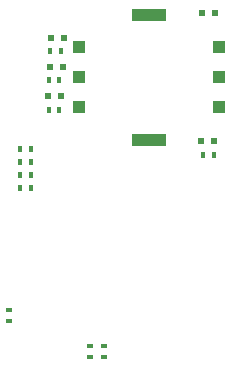
<source format=gbr>
G04 #@! TF.FileFunction,Paste,Bot*
%FSLAX46Y46*%
G04 Gerber Fmt 4.6, Leading zero omitted, Abs format (unit mm)*
G04 Created by KiCad (PCBNEW 4.0.6) date 01/21/18 22:34:32*
%MOMM*%
%LPD*%
G01*
G04 APERTURE LIST*
%ADD10C,0.100000*%
%ADD11R,0.600000X0.500000*%
%ADD12R,1.100000X1.000000*%
%ADD13R,3.000000X1.000000*%
%ADD14R,0.400000X0.600000*%
%ADD15R,0.600000X0.400000*%
G04 APERTURE END LIST*
D10*
D11*
X152180380Y-98252280D03*
X151080380Y-98252280D03*
D12*
X140775200Y-90373200D03*
X140725200Y-92913200D03*
X140775200Y-95453200D03*
X152575200Y-95453200D03*
X152575200Y-92913200D03*
X152575200Y-90373200D03*
D13*
X146675200Y-87613200D03*
X146675200Y-98213200D03*
D11*
X151145240Y-87421720D03*
X152245240Y-87421720D03*
X138388000Y-89535000D03*
X139488000Y-89535000D03*
X138134000Y-94488000D03*
X139234000Y-94488000D03*
X138261000Y-92011500D03*
X139361000Y-92011500D03*
D14*
X139070500Y-93154500D03*
X138170500Y-93154500D03*
X139070500Y-95631000D03*
X138170500Y-95631000D03*
X151271820Y-99514660D03*
X152171820Y-99514660D03*
X139197500Y-90678000D03*
X138297500Y-90678000D03*
X135757500Y-98996500D03*
X136657500Y-98996500D03*
X135757500Y-101155500D03*
X136657500Y-101155500D03*
X135757500Y-102235000D03*
X136657500Y-102235000D03*
X135757500Y-100076000D03*
X136657500Y-100076000D03*
D15*
X134823200Y-112630800D03*
X134823200Y-113530800D03*
X142849600Y-116566100D03*
X142849600Y-115666100D03*
X141643100Y-116571600D03*
X141643100Y-115671600D03*
M02*

</source>
